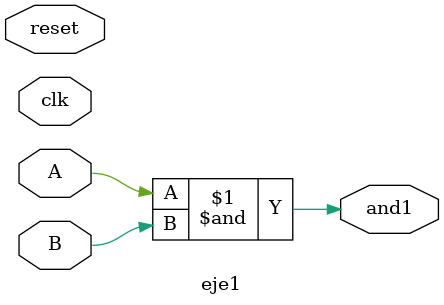
<source format=v>
module eje1 (
    input wire clk,
    input wire reset,
    input wire A,  // Cambiado a entrada
    input wire B,  // Cambiado a entrada
    output wire and1     // Salida correcta
);

    // Operación lógica para la salida
    assign and1 = A & B;

endmodule
</source>
